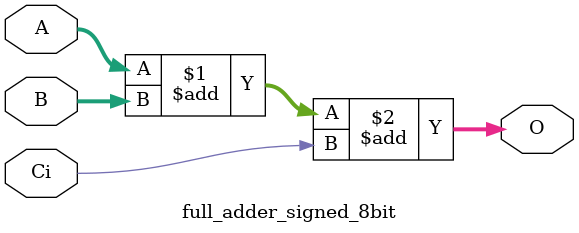
<source format=v>
module full_adder_signed_8bit(A, B, Ci, O);
  input signed [7:0] A;
  input signed [7:0] B;
  input Ci;
  output signed [8:0] O;

  assign O = A + B + Ci;
endmodule




</source>
